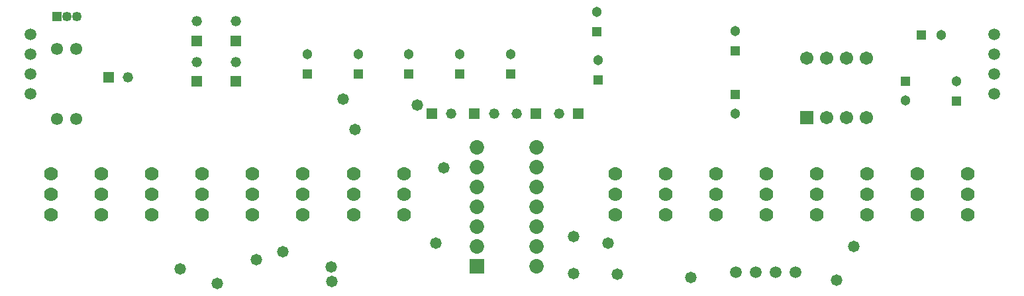
<source format=gbs>
G04*
G04 #@! TF.GenerationSoftware,Altium Limited,Altium Designer,25.3.3 (18)*
G04*
G04 Layer_Color=16711935*
%FSLAX25Y25*%
%MOIN*%
G70*
G04*
G04 #@! TF.SameCoordinates,DCBC244B-8E6B-4275-8FA6-C99DFC31DE85*
G04*
G04*
G04 #@! TF.FilePolarity,Negative*
G04*
G01*
G75*
%ADD24R,0.05131X0.05131*%
%ADD29R,0.05131X0.05131*%
%ADD30C,0.07000*%
%ADD31C,0.05131*%
%ADD32C,0.05900*%
%ADD33R,0.04934X0.04934*%
%ADD34C,0.04934*%
%ADD35C,0.07296*%
%ADD36R,0.07296X0.07296*%
%ADD37C,0.05200*%
%ADD38R,0.05200X0.05200*%
%ADD39R,0.06737X0.06737*%
%ADD40C,0.06737*%
%ADD41C,0.06115*%
%ADD42R,0.05200X0.05200*%
%ADD43C,0.05800*%
D24*
X491831Y439272D02*
D03*
X422835Y446555D02*
D03*
X577539Y445890D02*
D03*
X602953Y436024D02*
D03*
X422195Y470866D02*
D03*
X378642Y449606D02*
D03*
X491831Y461319D02*
D03*
X327608Y449606D02*
D03*
X353125D02*
D03*
X276575D02*
D03*
X302092D02*
D03*
D29*
X585532Y469291D02*
D03*
D30*
X431298Y378543D02*
D03*
Y388937D02*
D03*
Y399331D02*
D03*
X456664D02*
D03*
Y388937D02*
D03*
Y378543D02*
D03*
X482029Y399331D02*
D03*
Y388937D02*
D03*
Y378543D02*
D03*
X198172D02*
D03*
Y388937D02*
D03*
Y399331D02*
D03*
X248903Y378543D02*
D03*
Y388937D02*
D03*
Y399331D02*
D03*
X147441Y378543D02*
D03*
Y388937D02*
D03*
Y399331D02*
D03*
X172807D02*
D03*
Y388937D02*
D03*
Y378543D02*
D03*
X223538Y399331D02*
D03*
Y388937D02*
D03*
Y378543D02*
D03*
X299634D02*
D03*
Y388937D02*
D03*
Y399331D02*
D03*
X325000Y378543D02*
D03*
Y388937D02*
D03*
Y399331D02*
D03*
X274269D02*
D03*
Y388937D02*
D03*
Y378543D02*
D03*
X583491D02*
D03*
Y388937D02*
D03*
Y399331D02*
D03*
X507395Y378543D02*
D03*
Y388937D02*
D03*
Y399331D02*
D03*
X532760D02*
D03*
Y388937D02*
D03*
Y378543D02*
D03*
X608857D02*
D03*
Y388937D02*
D03*
Y399331D02*
D03*
X558126D02*
D03*
Y388937D02*
D03*
Y378543D02*
D03*
D31*
X491831Y429429D02*
D03*
X422835Y456398D02*
D03*
X595374Y469291D02*
D03*
X577539Y436047D02*
D03*
X602953Y445866D02*
D03*
X422195Y480709D02*
D03*
X378642Y459449D02*
D03*
X491831Y471161D02*
D03*
X327608Y459449D02*
D03*
X353125D02*
D03*
X276575D02*
D03*
X302092D02*
D03*
D32*
X492039Y349500D02*
D03*
X512039D02*
D03*
X522039D02*
D03*
X502039D02*
D03*
X622000Y439500D02*
D03*
Y459500D02*
D03*
Y449500D02*
D03*
Y469500D02*
D03*
X137000Y449500D02*
D03*
Y469500D02*
D03*
Y459500D02*
D03*
Y439500D02*
D03*
D33*
X150295Y478445D02*
D03*
D34*
X155295D02*
D03*
X160295D02*
D03*
D35*
X391772Y412573D02*
D03*
Y402573D02*
D03*
Y392573D02*
D03*
Y352573D02*
D03*
Y362573D02*
D03*
Y372573D02*
D03*
Y382573D02*
D03*
X361772Y412573D02*
D03*
Y402573D02*
D03*
Y392573D02*
D03*
Y362573D02*
D03*
Y372573D02*
D03*
Y382573D02*
D03*
D36*
Y352573D02*
D03*
D37*
X220916Y455574D02*
D03*
X240409D02*
D03*
X220916Y476062D02*
D03*
X381619Y429528D02*
D03*
X370350D02*
D03*
X348917D02*
D03*
X186177Y448011D02*
D03*
X240409Y476062D02*
D03*
X403051Y429528D02*
D03*
D38*
X220916Y445731D02*
D03*
X240409D02*
D03*
X220916Y466219D02*
D03*
X240409D02*
D03*
D39*
X527618Y427421D02*
D03*
D40*
X537618D02*
D03*
X547618D02*
D03*
X557618D02*
D03*
Y457421D02*
D03*
X547618D02*
D03*
X537618D02*
D03*
X527618D02*
D03*
D41*
X160236Y426870D02*
D03*
Y462303D02*
D03*
X150394Y426870D02*
D03*
Y462303D02*
D03*
D42*
X391461Y429528D02*
D03*
X360507D02*
D03*
X339075D02*
D03*
X176335Y448011D02*
D03*
X412894Y429528D02*
D03*
D43*
X250886Y355906D02*
D03*
X231102Y343996D02*
D03*
X212500Y351358D02*
D03*
X288681Y344783D02*
D03*
X288583Y352362D02*
D03*
X263976Y359941D02*
D03*
X344980Y402165D02*
D03*
X300295Y421654D02*
D03*
X542815Y345669D02*
D03*
X432382Y348628D02*
D03*
X294291Y436811D02*
D03*
X331791Y433957D02*
D03*
X551378Y362500D02*
D03*
X341043Y364272D02*
D03*
X410433Y348819D02*
D03*
X410532Y367618D02*
D03*
X469587Y346752D02*
D03*
X427756Y364075D02*
D03*
M02*

</source>
